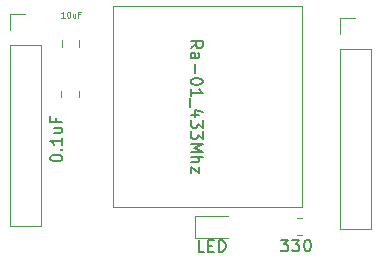
<source format=gbr>
%TF.GenerationSoftware,KiCad,Pcbnew,6.0.5-a6ca702e91~116~ubuntu20.04.1*%
%TF.CreationDate,2022-05-10T07:15:39-05:00*%
%TF.ProjectId,Ra-01_433Mhz_v001,52612d30-315f-4343-9333-4d687a5f7630,rev?*%
%TF.SameCoordinates,Original*%
%TF.FileFunction,Legend,Top*%
%TF.FilePolarity,Positive*%
%FSLAX46Y46*%
G04 Gerber Fmt 4.6, Leading zero omitted, Abs format (unit mm)*
G04 Created by KiCad (PCBNEW 6.0.5-a6ca702e91~116~ubuntu20.04.1) date 2022-05-10 07:15:39*
%MOMM*%
%LPD*%
G01*
G04 APERTURE LIST*
%ADD10C,0.150000*%
%ADD11C,0.125000*%
%ADD12C,0.120000*%
G04 APERTURE END LIST*
D10*
%TO.C,C1*%
X141802380Y-89182857D02*
X141802380Y-89087619D01*
X141850000Y-88992380D01*
X141897619Y-88944761D01*
X141992857Y-88897142D01*
X142183333Y-88849523D01*
X142421428Y-88849523D01*
X142611904Y-88897142D01*
X142707142Y-88944761D01*
X142754761Y-88992380D01*
X142802380Y-89087619D01*
X142802380Y-89182857D01*
X142754761Y-89278095D01*
X142707142Y-89325714D01*
X142611904Y-89373333D01*
X142421428Y-89420952D01*
X142183333Y-89420952D01*
X141992857Y-89373333D01*
X141897619Y-89325714D01*
X141850000Y-89278095D01*
X141802380Y-89182857D01*
X142707142Y-88420952D02*
X142754761Y-88373333D01*
X142802380Y-88420952D01*
X142754761Y-88468571D01*
X142707142Y-88420952D01*
X142802380Y-88420952D01*
X142802380Y-87420952D02*
X142802380Y-87992380D01*
X142802380Y-87706666D02*
X141802380Y-87706666D01*
X141945238Y-87801904D01*
X142040476Y-87897142D01*
X142088095Y-87992380D01*
X142135714Y-86563809D02*
X142802380Y-86563809D01*
X142135714Y-86992380D02*
X142659523Y-86992380D01*
X142754761Y-86944761D01*
X142802380Y-86849523D01*
X142802380Y-86706666D01*
X142754761Y-86611428D01*
X142707142Y-86563809D01*
X142278571Y-85754285D02*
X142278571Y-86087619D01*
X142802380Y-86087619D02*
X141802380Y-86087619D01*
X141802380Y-85611428D01*
D11*
%TO.C,C2*%
X143024285Y-77236190D02*
X142738571Y-77236190D01*
X142881428Y-77236190D02*
X142881428Y-76736190D01*
X142833809Y-76807619D01*
X142786190Y-76855238D01*
X142738571Y-76879047D01*
X143333809Y-76736190D02*
X143381428Y-76736190D01*
X143429047Y-76760000D01*
X143452857Y-76783809D01*
X143476666Y-76831428D01*
X143500476Y-76926666D01*
X143500476Y-77045714D01*
X143476666Y-77140952D01*
X143452857Y-77188571D01*
X143429047Y-77212380D01*
X143381428Y-77236190D01*
X143333809Y-77236190D01*
X143286190Y-77212380D01*
X143262380Y-77188571D01*
X143238571Y-77140952D01*
X143214761Y-77045714D01*
X143214761Y-76926666D01*
X143238571Y-76831428D01*
X143262380Y-76783809D01*
X143286190Y-76760000D01*
X143333809Y-76736190D01*
X143929047Y-76902857D02*
X143929047Y-77236190D01*
X143714761Y-76902857D02*
X143714761Y-77164761D01*
X143738571Y-77212380D01*
X143786190Y-77236190D01*
X143857619Y-77236190D01*
X143905238Y-77212380D01*
X143929047Y-77188571D01*
X144333809Y-76974285D02*
X144167142Y-76974285D01*
X144167142Y-77236190D02*
X144167142Y-76736190D01*
X144405238Y-76736190D01*
D10*
%TO.C,R1*%
X161324285Y-96032380D02*
X161943333Y-96032380D01*
X161610000Y-96413333D01*
X161752857Y-96413333D01*
X161848095Y-96460952D01*
X161895714Y-96508571D01*
X161943333Y-96603809D01*
X161943333Y-96841904D01*
X161895714Y-96937142D01*
X161848095Y-96984761D01*
X161752857Y-97032380D01*
X161467142Y-97032380D01*
X161371904Y-96984761D01*
X161324285Y-96937142D01*
X162276666Y-96032380D02*
X162895714Y-96032380D01*
X162562380Y-96413333D01*
X162705238Y-96413333D01*
X162800476Y-96460952D01*
X162848095Y-96508571D01*
X162895714Y-96603809D01*
X162895714Y-96841904D01*
X162848095Y-96937142D01*
X162800476Y-96984761D01*
X162705238Y-97032380D01*
X162419523Y-97032380D01*
X162324285Y-96984761D01*
X162276666Y-96937142D01*
X163514761Y-96032380D02*
X163610000Y-96032380D01*
X163705238Y-96080000D01*
X163752857Y-96127619D01*
X163800476Y-96222857D01*
X163848095Y-96413333D01*
X163848095Y-96651428D01*
X163800476Y-96841904D01*
X163752857Y-96937142D01*
X163705238Y-96984761D01*
X163610000Y-97032380D01*
X163514761Y-97032380D01*
X163419523Y-96984761D01*
X163371904Y-96937142D01*
X163324285Y-96841904D01*
X163276666Y-96651428D01*
X163276666Y-96413333D01*
X163324285Y-96222857D01*
X163371904Y-96127619D01*
X163419523Y-96080000D01*
X163514761Y-96032380D01*
%TO.C,D1*%
X154829642Y-97082380D02*
X154353452Y-97082380D01*
X154353452Y-96082380D01*
X155162976Y-96558571D02*
X155496309Y-96558571D01*
X155639166Y-97082380D02*
X155162976Y-97082380D01*
X155162976Y-96082380D01*
X155639166Y-96082380D01*
X156067738Y-97082380D02*
X156067738Y-96082380D01*
X156305833Y-96082380D01*
X156448690Y-96130000D01*
X156543928Y-96225238D01*
X156591547Y-96320476D01*
X156639166Y-96510952D01*
X156639166Y-96653809D01*
X156591547Y-96844285D01*
X156543928Y-96939523D01*
X156448690Y-97034761D01*
X156305833Y-97082380D01*
X156067738Y-97082380D01*
%TO.C,U1*%
X153687619Y-79837619D02*
X154163809Y-79504285D01*
X153687619Y-79266190D02*
X154687619Y-79266190D01*
X154687619Y-79647142D01*
X154640000Y-79742380D01*
X154592380Y-79790000D01*
X154497142Y-79837619D01*
X154354285Y-79837619D01*
X154259047Y-79790000D01*
X154211428Y-79742380D01*
X154163809Y-79647142D01*
X154163809Y-79266190D01*
X153687619Y-80694761D02*
X154211428Y-80694761D01*
X154306666Y-80647142D01*
X154354285Y-80551904D01*
X154354285Y-80361428D01*
X154306666Y-80266190D01*
X153735238Y-80694761D02*
X153687619Y-80599523D01*
X153687619Y-80361428D01*
X153735238Y-80266190D01*
X153830476Y-80218571D01*
X153925714Y-80218571D01*
X154020952Y-80266190D01*
X154068571Y-80361428D01*
X154068571Y-80599523D01*
X154116190Y-80694761D01*
X154068571Y-81170952D02*
X154068571Y-81932857D01*
X154687619Y-82599523D02*
X154687619Y-82694761D01*
X154640000Y-82790000D01*
X154592380Y-82837619D01*
X154497142Y-82885238D01*
X154306666Y-82932857D01*
X154068571Y-82932857D01*
X153878095Y-82885238D01*
X153782857Y-82837619D01*
X153735238Y-82790000D01*
X153687619Y-82694761D01*
X153687619Y-82599523D01*
X153735238Y-82504285D01*
X153782857Y-82456666D01*
X153878095Y-82409047D01*
X154068571Y-82361428D01*
X154306666Y-82361428D01*
X154497142Y-82409047D01*
X154592380Y-82456666D01*
X154640000Y-82504285D01*
X154687619Y-82599523D01*
X153687619Y-83885238D02*
X153687619Y-83313809D01*
X153687619Y-83599523D02*
X154687619Y-83599523D01*
X154544761Y-83504285D01*
X154449523Y-83409047D01*
X154401904Y-83313809D01*
X153592380Y-84075714D02*
X153592380Y-84837619D01*
X154354285Y-85504285D02*
X153687619Y-85504285D01*
X154735238Y-85266190D02*
X154020952Y-85028095D01*
X154020952Y-85647142D01*
X154687619Y-85932857D02*
X154687619Y-86551904D01*
X154306666Y-86218571D01*
X154306666Y-86361428D01*
X154259047Y-86456666D01*
X154211428Y-86504285D01*
X154116190Y-86551904D01*
X153878095Y-86551904D01*
X153782857Y-86504285D01*
X153735238Y-86456666D01*
X153687619Y-86361428D01*
X153687619Y-86075714D01*
X153735238Y-85980476D01*
X153782857Y-85932857D01*
X154687619Y-86885238D02*
X154687619Y-87504285D01*
X154306666Y-87170952D01*
X154306666Y-87313809D01*
X154259047Y-87409047D01*
X154211428Y-87456666D01*
X154116190Y-87504285D01*
X153878095Y-87504285D01*
X153782857Y-87456666D01*
X153735238Y-87409047D01*
X153687619Y-87313809D01*
X153687619Y-87028095D01*
X153735238Y-86932857D01*
X153782857Y-86885238D01*
X153687619Y-87932857D02*
X154687619Y-87932857D01*
X153973333Y-88266190D01*
X154687619Y-88599523D01*
X153687619Y-88599523D01*
X153687619Y-89075714D02*
X154687619Y-89075714D01*
X153687619Y-89504285D02*
X154211428Y-89504285D01*
X154306666Y-89456666D01*
X154354285Y-89361428D01*
X154354285Y-89218571D01*
X154306666Y-89123333D01*
X154259047Y-89075714D01*
X154354285Y-89885238D02*
X154354285Y-90409047D01*
X153687619Y-89885238D01*
X153687619Y-90409047D01*
D12*
%TO.C,C1*%
X144205000Y-83428748D02*
X144205000Y-83951252D01*
X142735000Y-83428748D02*
X142735000Y-83951252D01*
%TO.C,C2*%
X142765000Y-79691252D02*
X142765000Y-79168748D01*
X144235000Y-79691252D02*
X144235000Y-79168748D01*
%TO.C,J1*%
X138370000Y-78300000D02*
X138370000Y-76970000D01*
X138370000Y-79570000D02*
X138370000Y-94870000D01*
X138370000Y-76970000D02*
X139700000Y-76970000D01*
X141030000Y-79570000D02*
X141030000Y-94870000D01*
X138370000Y-94870000D02*
X141030000Y-94870000D01*
X138370000Y-79570000D02*
X141030000Y-79570000D01*
%TO.C,J2*%
X168970000Y-79870000D02*
X168970000Y-95170000D01*
X166310000Y-79870000D02*
X166310000Y-95170000D01*
X166310000Y-95170000D02*
X168970000Y-95170000D01*
X166310000Y-79870000D02*
X168970000Y-79870000D01*
X166310000Y-77270000D02*
X167640000Y-77270000D01*
X166310000Y-78600000D02*
X166310000Y-77270000D01*
%TO.C,R1*%
X163127064Y-95675000D02*
X162672936Y-95675000D01*
X163127064Y-94205000D02*
X162672936Y-94205000D01*
%TO.C,D1*%
X156872500Y-94000000D02*
X154012500Y-94000000D01*
X154012500Y-95920000D02*
X156872500Y-95920000D01*
X154012500Y-94000000D02*
X154012500Y-95920000D01*
%TO.C,U1*%
X163140000Y-76290000D02*
X147140000Y-76290000D01*
X147140000Y-76290000D02*
X147140000Y-93290000D01*
X147140000Y-93290000D02*
X163140000Y-93290000D01*
X163140000Y-93290000D02*
X163140000Y-76290000D01*
%TD*%
M02*

</source>
